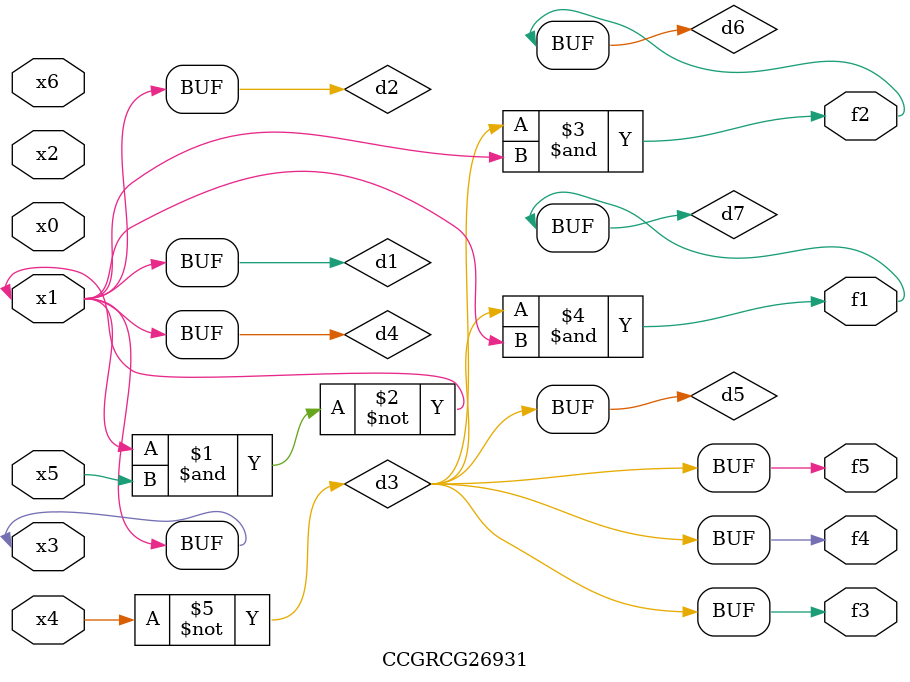
<source format=v>
module CCGRCG26931(
	input x0, x1, x2, x3, x4, x5, x6,
	output f1, f2, f3, f4, f5
);

	wire d1, d2, d3, d4, d5, d6, d7;

	buf (d1, x1, x3);
	nand (d2, x1, x5);
	not (d3, x4);
	buf (d4, d1, d2);
	buf (d5, d3);
	and (d6, d3, d4);
	and (d7, d3, d4);
	assign f1 = d7;
	assign f2 = d6;
	assign f3 = d5;
	assign f4 = d5;
	assign f5 = d5;
endmodule

</source>
